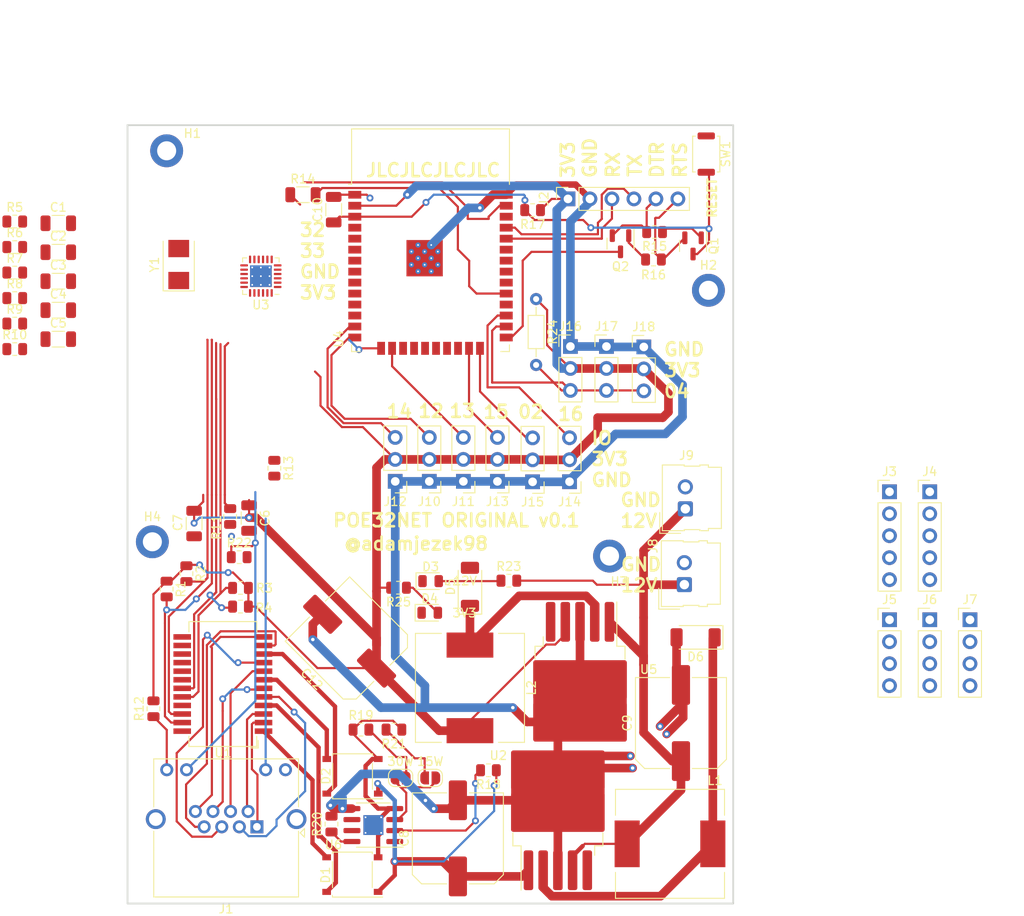
<source format=kicad_pcb>
(kicad_pcb (version 20221018) (generator pcbnew)
  (layers (0 "F.Cu" signal) (31 "B.Cu" signal) (34 "B.Paste" user) (35 "F.Paste" user) (36 "B.SilkS" user "B.Silkscreen") (37 "F.SilkS" user "F.Silkscreen") (38 "B.Mask" user) (39 "F.Mask" user) (44 "Edge.Cuts" user))
  (net 0 "")
  (net 1 "POE+")
  (net 2 "POE-")
  (net 3 "+12V")
  (net 4 "Net-(U1-TCT1)")
  (net 5 "Net-(U1-TCT2)")
  (net 6 "Net-(U1-TCT3)")
  (net 7 "Net-(U1-TCT4)")
  (net 8 "Net-(D5-K)")
  (net 9 "/GPIO33")
  (net 10 "/TXP")
  (net 11 "/TXN")
  (net 12 "/RXP")
  (net 13 "/RXN")
  (net 14 "Net-(U3-RXER{slash}PHYAD0)")
  (net 15 "+3V3")
  (net 16 "Net-(U3-~{RST})")
  (net 17 "/ETH-MDIO")
  (net 18 "/ETH-CRS")
  (net 19 "/ETH-RXD1")
  (net 20 "/ETH-RXD0")
  (net 21 "Net-(U3-RBIAS)")
  (net 22 "Net-(J1-Pad12)")
  (net 23 "/LED-ETH-2")
  (net 24 "/LED-ETH-1")
  (net 25 "Net-(J1-Pad10)")
  (net 26 "/ETH-RST")
  (net 27 "Net-(U3-XTAL2)")
  (net 28 "/ETH-RCLK")
  (net 29 "Net-(U3-VDDCR)")
  (net 30 "/ETH-MDC")
  (net 32 "/ETH-TXEN")
  (net 33 "/ETH-TXD0")
  (net 34 "/ETH-TXD1")
  (net 35 "/GPIO32")
  (net 36 "/GPIO35")
  (net 39 "/GPIO34")
  (net 40 "/GPIO12")
  (net 41 "/GPIO14")
  (net 42 "/GPIO13")
  (net 43 "/GPIO15")
  (net 44 "/GPIO16")
  (net 45 "/GPIO2")
  (net 52 "/GPIO4")
  (net 53 "Net-(D3-A)")
  (net 54 "Net-(D4-A)")
  (net 56 "Net-(U1-TD1+)")
  (net 57 "Net-(U1-TD1-)")
  (net 58 "Net-(U1-TD2+)")
  (net 59 "Net-(U1-TD3+)")
  (net 60 "Net-(U1-TD3-)")
  (net 61 "Net-(U1-TD2-)")
  (net 62 "Net-(U1-TD4+)")
  (net 63 "Net-(U1-TD4-)")
  (net 72 "Net-(D6-K)")
  (net 73 "Net-(Q1-B)")
  (net 74 "/RTS")
  (net 75 "/ESP-EN")
  (net 76 "Net-(Q2-B)")
  (net 77 "/DTR")
  (net 78 "/ESP-IO0")
  (net 79 "/ESP-RX")
  (net 80 "/ESP-TX")
  (net 81 "Net-(JP1-A)")
  (net 82 "Net-(JP1-B)")
  (net 83 "Net-(JP2-A)")
  (net 84 "Net-(U6-DEN)")
  (net 85 "Net-(U6-APD)")
  (net 88 "GND")
  (footprint "Connector_PinHeader_2.54mm:PinHeader_1x03_P2.54mm_Vertical" (layer "F.Cu") (at 151.0792 91.2218 180)
    (fp_text reference "J14")
    (fp_text value "01x03")
  )
  (footprint "MountingHole:MountingHole_2.2mm_M2_DIN965_Pad" (layer "F.Cu") (at 167.132 69.088)
    (fp_text reference "H2")
    (fp_text value "MountingHole_Pad")
  )
  (footprint "Connector_PinHeader_2.54mm:PinHeader_1x03_P2.54mm_Vertical" (layer "F.Cu") (at 134.874 91.186 180)
    (fp_text reference "J10")
    (fp_text value "01x03")
  )
  (footprint "Transformer_SMD:Transformer_Ethernet_HALO_TG111-MSC13" (layer "F.Cu") (at 111.017 114.618 180)
    (fp_text reference "U1")
    (fp_text value "~")
  )
  (footprint "Connector_PinHeader_2.54mm:PinHeader_1x04_P2.54mm_Vertical" (layer "F.Cu") (at 188.058 107.188)
    (fp_text reference "J5")
    (fp_text value "Conn_01x04_Pin")
  )
  (footprint "Capacitor_SMD:C_1206_3216Metric" (layer "F.Cu") (at 114.046 95.426 -90)
    (fp_text reference "C6")
    (fp_text value "100nF")
  )
  (footprint "Resistor_SMD:R_0805_2012Metric" (layer "F.Cu") (at 116.967 89.662 -90)
    (fp_text reference "R13")
    (fp_text value "68R")
  )
  (footprint "Capacitor_SMD:C_1206_3216Metric" (layer "F.Cu") (at 123.825 59.768 90)
    (fp_text reference "C10")
    (fp_text value "100nF")
  )
  (footprint "Button_Switch_SMD:SW_Push_SPST_NO_Alps_SKRK" (layer "F.Cu") (at 166.878 53.34 -90)
    (fp_text reference "SW1")
    (fp_text value "SW_Push")
  )
  (footprint "Connector_PinHeader_2.54mm:PinHeader_1x03_P2.54mm_Vertical" (layer "F.Cu") (at 151.1808 75.5904)
    (fp_text reference "J16")
    (fp_text value "01x03")
  )
  (footprint "Inductor_SMD:L_12x12mm_H6mm" (layer "F.Cu") (at 139.573 115.062 -90)
    (fp_text reference "L2")
    (fp_text value "L")
  )
  (footprint "Resistor_SMD:R_0805_2012Metric" (layer "F.Cu") (at 86.967 75.891)
    (fp_text reference "R10")
    (fp_text value "10K")
  )
  (footprint "Resistor_THT:R_Axial_DIN0204_L3.6mm_D1.6mm_P7.62mm_Horizontal" (layer "F.Cu") (at 147.2184 70.104 -90)
    (fp_text reference "R24")
    (fp_text value "4K7")
  )
  (footprint "Resistor_SMD:R_0805_2012Metric" (layer "F.Cu") (at 131.318 103.4796 180)
    (fp_text reference "R25")
    (fp_text value "65R")
  )
  (footprint "Resistor_SMD:R_0805_2012Metric" (layer "F.Cu") (at 106.807 101.854 -90)
    (fp_text reference "R2")
    (fp_text value "49R9")
  )
  (footprint "Crystal:Crystal_SMD_5032-2Pin_5.0x3.2mm" (layer "F.Cu") (at 105.918 66.112 90)
    (fp_text reference "Y1")
    (fp_text value "25M")
  )
  (footprint "Package_TO_SOT_SMD:TO-263-5_TabPin3" (layer "F.Cu") (at 149.733 128.5 90)
    (fp_text reference "U2")
    (fp_text value "LM2576HVS-12")
  )
  (footprint "Resistor_SMD:R_0805_2012Metric" (layer "F.Cu") (at 126.9765 119.888)
    (fp_text reference "R19")
    (fp_text value "63R4")
  )
  (footprint "Resistor_SMD:R_1206_3216Metric" (layer "F.Cu") (at 120.269 58.039)
    (fp_text reference "R14")
    (fp_text value "0R")
  )
  (footprint "Capacitor_SMD:C_Elec_10x10.2" (layer "F.Cu") (at 125.66673 109.66473 135)
    (fp_text reference "C12")
    (fp_text value "1000uF")
  )
  (footprint "Capacitor_SMD:C_Elec_10x10.2" (layer "F.Cu") (at 138.176 132.461 90)
    (fp_text reference "C8")
    (fp_text value "100uF")
  )
  (footprint "Capacitor_SMD:C_Elec_10x10.2" (layer "F.Cu") (at 163.957 119.126 90)
    (fp_text reference "C9")
    (fp_text value "1000uF")
  )
  (footprint "Resistor_SMD:R_0805_2012Metric" (layer "F.Cu") (at 86.967 69.991)
    (fp_text reference "R8")
    (fp_text value "10K")
  )
  (footprint "Resistor_SMD:R_0805_2012Metric" (layer "F.Cu") (at 86.967 72.941)
    (fp_text reference "R9")
    (fp_text value "10K")
  )
  (footprint "Resistor_SMD:R_0805_2012Metric" (layer "F.Cu") (at 113.0535 105.664 180)
    (fp_text reference "R4")
    (fp_text value "49R9")
  )
  (footprint "Package_TO_SOT_SMD:SOT-23" (layer "F.Cu") (at 156.972 63.7055 -90)
    (fp_text reference "Q2")
    (fp_text value "BC817")
  )
  (footprint "MountingHole:MountingHole_2.2mm_M2_DIN965_Pad" (layer "F.Cu") (at 104.521 52.959)
    (fp_text reference "H1")
    (fp_text value "MountingHole_Pad")
  )
  (footprint "Resistor_SMD:R_0805_2012Metric" (layer "F.Cu") (at 160.782 65.532)
    (fp_text reference "R16")
    (fp_text value "10k")
  )
  (footprint "Capacitor_SMD:C_1206_3216Metric" (layer "F.Cu") (at 91.997 71.391)
    (fp_text reference "C4")
    (fp_text value "10nF")
  )
  (footprint "Resistor_SMD:R_0805_2012Metric" (layer "F.Cu") (at 130.7865 119.888 180)
    (fp_text reference "R21")
    (fp_text value "90R9")
  )
  (footprint "Capacitor_SMD:C_1206_3216Metric" (layer "F.Cu") (at 91.997 61.341)
    (fp_text reference "C1")
    (fp_text value "30pF")
  )
  (footprint "Resistor_SMD:R_0805_2012Metric" (layer "F.Cu") (at 112.903 99.949)
    (fp_text reference "R22")
    (fp_text value "10k")
  )
  (footprint "Capacitor_SMD:C_1206_3216Metric" (layer "F.Cu") (at 91.997 74.741)
    (fp_text reference "C5")
    (fp_text value "2.2uF")
  )
  (footprint "Resistor_SMD:R_0805_2012Metric" (layer "F.Cu") (at 141.7085 124.587 180)
    (fp_text reference "R18")
    (fp_text value "25k")
  )
  (footprint "Connector_PinHeader_2.54mm:PinHeader_1x03_P2.54mm_Vertical" (layer "F.Cu") (at 142.748 91.186 180)
    (fp_text reference "J13")
    (fp_text value "01x03")
  )
  (footprint "Resistor_SMD:R_0805_2012Metric" (layer "F.Cu") (at 86.967 61.141)
    (fp_text reference "R5")
    (fp_text value "10K")
  )
  (footprint "Connector_PinHeader_2.54mm:PinHeader_1x03_P2.54mm_Vertical" (layer "F.Cu") (at 138.811 91.186 180)
    (fp_text reference "J11")
    (fp_text value "01x03")
  )
  (footprint "LED_SMD:LED_0805_2012Metric" (layer "F.Cu") (at 134.9248 106.3752)
    (fp_text reference "D4")
    (fp_text value "LED GREEN")
  )
  (footprint "Jumper:SolderJumper-2_P1.3mm_Open_RoundedPad1.0x1.5mm" (layer "F.Cu") (at 131.557 125.476 180)
    (fp_text reference "JP2" hide)
    (fp_text value "30W")
  )
  (footprint "Connector_PinHeader_2.54mm:PinHeader_1x05_P2.54mm_Vertical" (layer "F.Cu") (at 188.058 92.388)
    (fp_text reference "J3")
    (fp_text value "Conn_01x05_Pin")
  )
  (footprint "Connector_PinHeader_2.54mm:PinHeader_1x04_P2.54mm_Vertical" (layer "F.Cu") (at 197.358 107.188)
    (fp_text reference "J7")
    (fp_text value "Conn_01x04_Pin")
  )
  (footprint "Connector_PinHeader_2.54mm:PinHeader_1x03_P2.54mm_Vertical" (layer "F.Cu") (at 159.6644 75.6412)
    (fp_text reference "J18")
    (fp_text value "01x03")
  )
  (footprint "Connector_RJ:RJ45_Amphenol_RJHSE538X" (layer "F.Cu") (at 114.954 131.13 180)
    (fp_text reference "J1")
    (fp_text value "RJ45_LED_Shielded")
  )
  (footprint "Resistor_SMD:R_0805_2012Metric" (layer "F.Cu") (at 104.521 103.632 -90)
    (fp_text reference "R1")
    (fp_text value "49R9")
  )
  (footprint "Package_TO_SOT_SMD:TO-263-5_TabPin3" (layer "F.Cu") (at 152.292 115.074 -90)
    (fp_text reference "U5")
    (fp_text value "LM2576S-3.3" hide)
  )
  (footprint "Diode_SMD:Diode_Bridge_Diotec_ABS" (layer "F.Cu") (at 126.003 125.286 180)
    (fp_text reference "D2")
    (fp_text value "D_Bridge_+-AA" hide)
  )
  (footprint "Resistor_SMD:R_0805_2012Metric" (layer "F.Cu") (at 86.967 67.041)
    (fp_text reference "R7")
    (fp_text value "10K")
  )
  (footprint "Package_TO_SOT_SMD:SOT-23" (layer "F.Cu") (at 165.354 63.9595 -90)
    (fp_text reference "Q1")
    (fp_text value "BC817")
  )
  (footprint "MountingHole:MountingHole_2.2mm_M2_DIN965_Pad" (layer "F.Cu") (at 155.702 99.822)
    (fp_text reference "H3")
    (fp_text value "MountingHole_Pad")
  )
  (footprint "Diode_SMD:D_SOD-128" (layer "F.Cu") (at 139.573 103.378 90)
    (fp_text reference "D5")
    (fp_text value "D_Schottky")
  )
  (footprint "Connector_PinHeader_2.54mm:PinHeader_1x03_P2.54mm_Vertical" (layer "F.Cu") (at 146.812 91.2368 180)
    (fp_text reference "J15")
    (fp_text value "01x03")
  )
  (footprint "Connector_PinHeader_2.54mm:PinHeader_1x03_P2.54mm_Vertical" (layer "F.Cu") (at 155.3464 75.5904)
    (fp_text reference "J17")
    (fp_text value "01x03")
  )
  (footprint "Connector_PinHeader_2.54mm:PinHeader_1x05_P2.54mm_Vertical" (layer "F.Cu") (at 192.708 92.388)
    (fp_text reference "J4")
    (fp_text value "Conn_01x05_Pin")
  )
  (footprint "Connector_Molex:Molex_SL_171971-0002_1x02_P2.54mm_Vertical" (layer "F.Cu") (at 164.35 103.124 90)
    (fp_text reference "J8")
    (fp_text value "Conn_01x02")
  )
  (footprint "Capacitor_SMD:C_1206_3216Metric" (layer "F.Cu") (at 91.997 68.041)
    (fp_text reference "C3")
    (fp_text value "100nF")
  )
  (footprint "Jumper:SolderJumper-2_P1.3mm_Open_RoundedPad1.0x1.5mm" (layer "F.Cu") (at 134.986 125.476)
    (fp_text reference "JP1" hide)
    (fp_text value "15W")
  )
  (footprint "Resistor_SMD:R_0805_2012Metric" (layer "F.Cu") (at 160.909 62.357 180)
    (fp_text reference "R15")
    (fp_text value "10k")
  )
  (footprint "Inductor_SMD:L_12x12mm_H6mm" (layer "F.Cu") (at 162.69 133.096 180)
    (fp_text reference "L1")
    (fp_text value "L")
  )
  (footprint "Connector_Molex:Molex_SL_171971-0002_1x02_P2.54mm_Vertical" (layer "F.Cu") (at 164.465 94.361 90)
    (fp_text reference "J9")
    (fp_text value "Conn_01x02")
  )
  (footprint "Resistor_SMD:R_0805_2012Metric" (layer "F.Cu") (at 123.571 130.81 90)
    (fp_text reference "R20")
    (fp_text value "10k")
  )
  (footprint "Resistor_SMD:R_0805_2012Metric" (layer "F.Cu") (at 86.967 64.091)
    (fp_text reference "R6")
    (fp_text value "10K")
  )
  (footprint "Resistor_SMD:R_0805_2012Metric" (layer "F.Cu") (at 113.0535 103.505 180)
    (fp_text reference "R3")
    (fp_text value "49R9")
  )
  (footprint "Diode_SMD:Diode_Bridge_Diotec_ABS" (layer "F.Cu") (at 125.984 136.652 180)
    (fp_text reference "D1")
    (fp_text value "D_Bridge_+-AA" hide)
  )
  (footprint "Capacitor_SMD:C_1206_3216Metric" (layer "F.Cu") (at 107.696 96.061 -90)
    (fp_text reference "C7")
    (fp_text value "10uF")
  )
  (footprint "Connector_PinHeader_2.54mm:PinHeader_1x03_P2.54mm_Vertical" (layer "F.Cu") (at 130.937 91.186 180)
    (fp_text reference "J12")
    (fp_text value "01x03")
  )
  (footprint "Package_DFN_QFN:VQFN-24-1EP_4x4mm_P0.5mm_EP2.5x2.5mm_ThermalVias" (layer "F.Cu") (at 115.4105 67.457 180)
    (fp_text reference "U3")
    (fp_text value "LAN8720A")
  )
  (footprint "Resistor_SMD:R_0805_2012Metric" (layer "F.Cu") (at 111.8616 95.2481 90)
    (fp_text reference "R11")
    (fp_text value "12.1K")
  )
  (footprint "Connector_PinHeader_2.54mm:PinHeader_1x04_P2.54mm_Vertical" (layer "F.Cu") (at 192.708 107.188)
    (fp_text reference "J6")
    (fp_text value "Conn_01x04_Pin")
  )
  (footprint "MountingHole:MountingHole_2.2mm_M2_DIN965_Pad" (layer "F.Cu") (at 102.87 98.171)
    (fp_text reference "H4")
    (fp_text value "MountingHole_Pad")
  )
  (footprint "Diode_SMD:D_SOD-128" (layer "F.Cu") (at 165.649 109.22 180)
    (fp_text reference "D6")
    (fp_text value "D_Schottky")
  )
  (footprint "Resistor_SMD:R_0805_2012Metric" (layer "F.Cu") (at 146.812 59.817 180)
    (fp_text reference "R17")
    (fp_text value "10K")
  )
  (footprint "Package_SO:HSOP-8-1EP_3.9x4.9mm_P1.27mm_EP2.3x2.3mm_ThermalVias" (layer "F.Cu") (at 128.408 130.926 180)
    (fp_text reference "U6")
    (fp_text value "TPS2378")
  )
  (footprint "Connector_PinSocket_2.54mm:PinSocket_1x06_P2.54mm_Vertical" (layer "F.Cu") (at 150.901 58.522 90)
    (fp_text reference "J2")
    (fp_text value "Conn_01x06_Socket")
  )
  (footprint "Resistor_SMD:R_0805_2012Metric" (layer "F.Cu") (at 102.997 117.475 90)
    (fp_text reference "R12")
    (fp_text value "68R")
  )
  (footprint "Capacitor_SMD:C_1206_3216Metric" (layer "F.Cu") (at 91.997 64.691)
    (fp_text reference "C2")
    (fp_text value "30pF")
  )
  (footprint "RF_Module:ESP32-WROOM-32" (layer "F.Cu") (at 135.014 66.289)
    (fp_text reference "U4")
    (fp_text value "ESP32-WROOM-32")
  )
  (footprint "Resistor_SMD:R_0805_2012Metric" (layer "F.Cu") (at 144.0688 102.6668)
    (fp_text reference "R23")
    (fp_text value "500R")
  )
  (footprint "LED_SMD:LED_0805_2012Metric" (layer "F.Cu") (at 135.0264 102.7176)
    (fp_text reference "D3")
    (fp_text value "LED BLUE")
  )
  (gr_rect (start 100 50) (end 170 140) (stroke (width 0.2)) (fill none) (layer "Edge.Cuts"))
  (gr_text "02" (at 144.9832 84.0232) (layer "F.SilkS") (effects (font (size 1.5 1.5) (thickness 0.3) bold) (justify left bottom)))
  (gr_text "RX" (at 156.972 56.261 90) (layer "F.SilkS") (effects (font (size 1.5 1.5) (thickness 0.3) bold) (justify left bottom)))
  (gr_text "POE32NET ORIGINAL v0.1" (at 123.5964 96.5708) (layer "F.SilkS") (effects (font (size 1.5 1.5) (thickness 0.3) bold) (justify left bottom)))
  (gr_text "@adamjezek98" (at 124.8664 99.2632) (layer "F.SilkS") (effects (font (size 1.5 1.5) (thickness 0.3) bold) (justify left bottom)))
  (gr_text "3V3" (at 137.4648 106.9848) (layer "F.SilkS") (effects (font (size 1 1)) (justify left bottom)))
  (gr_text "12V\n" (at 137.5156 103.2764) (layer "F.SilkS") (effects (font (size 1 1)) (justify left bottom)))
  (gr_text "RTS" (at 164.719 56.261 90) (layer "F.SilkS") (effects (font (size 1.5 1.5) (thickness 0.3) bold) (justify left bottom)))
  (gr_text "14" (at 129.794 83.9724) (layer "F.SilkS") (effects (font (size 1.5 1.5) (thickness 0.3) bold) (justify left bottom)))
  (gr_text "3V3" (at 151.765 56.261 90) (layer "F.SilkS") (effects (font (size 1.5 1.5) (thickness 0.3) bold) (justify left bottom)))
  (gr_text "IO\n3V3\nGND\n" (at 153.4668 91.8972) (layer "F.SilkS") (effects (font (size 1.5 1.5) (thickness 0.3) bold) (justify left bottom)))
  (gr_text "16" (at 149.606 84.2772) (layer "F.SilkS") (effects (font (size 1.5 1.5) (thickness 0.3) bold) (justify left bottom)))
  (gr_text "12" (at 133.4516 83.9216) (layer "F.SilkS") (effects (font (size 1.5 1.5) (thickness 0.3) bold) (justify left bottom)))
  (gr_text "GND\n" (at 154.305 56.261 90) (layer "F.SilkS") (effects (font (size 1.5 1.5) (thickness 0.3) bold) (justify left bottom)))
  (gr_text "GND\n3V3\n04" (at 161.8488 81.6356) (layer "F.SilkS") (effects (font (size 1.5 1.5) (thickness 0.3) bold) (justify left bottom)))
  (gr_text "RESET" (at 168.148 60.833 90) (layer "F.SilkS") (effects (font (size 1 1) (thickness 0.25) bold) (justify left bottom)))
  (gr_text "JLCJLCJLCJLC" (at 127.4064 56.0832) (layer "F.SilkS") (effects (font (size 1.5 1.5) (thickness 0.3) bold) (justify left bottom)))
  (gr_text "GND\n12V" (at 156.8704 104.0892) (layer "F.SilkS") (effects (font (size 1.5 1.5) (thickness 0.3) bold) (justify left bottom)))
  (gr_text "32\n33\nGND\n3V3" (at 119.761 70.231) (layer "F.SilkS") (effects (font (size 1.5 1.5) (thickness 0.3) bold) (justify left bottom)))
  (gr_text "13" (at 137.0584 83.9216) (layer "F.SilkS") (effects (font (size 1.5 1.5) (thickness 0.3) bold) (justify left bottom)))
  (gr_text "TX" (at 159.512 56.134 90) (layer "F.SilkS") (effects (font (size 1.5 1.5) (thickness 0.3) bold) (justify left bottom)))
  (gr_text "GND\n12V" (at 156.8196 96.6216) (layer "F.SilkS") (effects (font (size 1.5 1.5) (thickness 0.3) bold) (justify left bottom)))
  (gr_text "DTR" (at 162.052 56.261 90) (layer "F.SilkS") (effects (font (size 1.5 1.5) (thickness 0.3) bold) (justify left bottom)))
  (gr_text "15" (at 140.97 84.0232) (layer "F.SilkS") (effects (font (size 1.5 1.5) (thickness 0.3) bold) (justify left bottom)))
  (segment (start 130.883 135.128) (end 136.443 135.128) (width 1) (layer "F.Cu") (net 1))
  (segment (start 128.978 127.286) (end 128.978 126.184) (width 0.5) (layer "F.Cu") (net 1))
  (segment (start 145.622 136.861) (end 146.333 136.15) (width 1) (layer "F.Cu") (net 1))
  (segment (start 138.176 136.861) (end 145.622 136.861) (width 1) (layer "F.Cu") (net 1))
  (segment (start 136.443 135.128) (end 138.176 136.861) (width 1) (layer "F.Cu") (net 1))
  (segment (start 130.883 136.728) (end 128.959 138.652) (width 0.5) (layer "F.Cu") (net 1))
  (segment (start 142.621 124.587) (end 142.621 126.111) (width 0.25) (layer "F.Cu") (net 1))
  (segment (start 128.978 126.184) (end 128.905 126.111) (width 0.5) (layer "F.Cu") (net 1))
  (segment (start 130.883 135.128) (end 130.883 136.728) (width 0.5) (layer "F.Cu") (net 1))
  (segment (start 130.883 132.831) (end 130.883 135.128) (width 0.5) (layer "F.Cu") (net 1))
  (segment (start 142.621 126.111) (end 142.367 126.365) (width 0.25) (layer "F.Cu") (net 1))
  (via (at 130.883 135.128) (size 0.8) (drill 0.4) (layers "F.Cu" "B.Cu") (net 1))
  (via (at 128.905 126.111) (size 0.8) (drill 0.4) (layers "F.Cu" "B.Cu") (net 1))
  (via (at 142.367 126.365) (size 0.8) (drill 0.4) (layers "F.Cu" "B.Cu") (net 1))
  (segment (start 128.905 126.111) (end 130.883 128.089) (width 0.5) (layer "B.Cu") (net 1))
  (segment (start 142.367 129.295305) (end 136.534305 135.128) (width 0.25) (layer "B.Cu") (net 1))
  (segment (start 142.367 126.365) (end 142.367 129.295305) (width 0.25) (layer "B.Cu") (net 1))
  (segment (start 136.534305 135.128) (end 130.883 135.128) (width 0.25) (layer "B.Cu") (net 1))
  (segment (start 130.883 128.089) (end 130.883 135.128) (width 0.5) (layer "B.Cu") (net 1))
  (segment (start 130.883 129.021) (end 128.963 129.021) (width 0.5) (layer "F.Cu") (net 2))
  (segment (start 128.963 129.021) (end 127.508 127.566) (width 0.5) (layer "F.Cu") (net 2))
  (segment (start 127.508 127.566) (end 127.508 124.079) (width 0.5) (layer "F.Cu") (net 2))
  (segment (start 131.699 119.888) (end 130.674 118.863) (width 0.25) (layer "F.Cu") (net 2))
  (segment (start 128.959 134.652) (end 128.959 132.175) (width 0.5) (layer "F.Cu") (net 2))
  (segment (start 128.301 123.286) (end 128.978 123.286) (width 0.5) (layer "F.Cu") (net 2))
  (segment (start 127.508 124.079) (end 128.301 123.286) (width 0.5) (layer "F.Cu") (net 2))
  (segment (start 128.959 132.175) (end 129.308 131.826) (width 0.5) (layer "F.Cu") (net 2))
  (segment (start 130.674 118.863) (end 127.089 118.863) (width 0.25) (layer "F.Cu") (net 2))
  (segment (start 127.089 118.863) (end 126.064 119.888) (width 0.25) (layer "F.Cu") (net 2))
  (segment (start 128.978 123.286) (end 126.064 120.372) (width 0.25) (layer "F.Cu") (net 2))
  (segment (start 126.064 120.372) (end 126.064 119.888) (width 0.25) (layer "F.Cu") (net 2))
  (segment (start 130.313 129.021) (end 129.308 130.026) (width 0.5) (layer "F.Cu") (net 2))
  (segment (start 130.883 129.021) (end 130.313 129.021) (width 0.5) (layer "F.Cu") (net 2))
  (segment (start 159.639 103.136) (end 159.639 106.934) (width 1) (layer "F.Cu") (net 3))
  (segment (start 154.2408 103.136) (end 159.639 103.136) (width 0.25) (layer "F.Cu") (net 3))
  (segment (start 158.392 110.132) (end 159.639 111.379) (width 1) (layer "F.Cu") (net 3))
  (segment (start 144.9813 102.6668) (end 153.7716 102.6668) (width 0.25) (layer "F.Cu") (net 3))
  (segment (start 159.639 111.379) (end 159.639 112.395) (width 1) (layer "F.Cu") (net 3))
  (segment (start 155.692 107.424) (end 158.392 110.124) (width 1) (layer "F.Cu") (net 3))
  (segment (start 159.639 120.224) (end 162.941 123.526) (width 1) (layer "F.Cu") (net 3))
  (segment (start 152.593051 133.35) (end 151.433 134.510051) (width 0.5) (layer "F.Cu") (net 3))
  (segment (start 153.7716 102.6668) (end 154.2408 103.136) (width 0.25) (layer "F.Cu") (net 3))
  (segment (start 164.338 103.136) (end 164.35 103.124) (width 1) (layer "F.Cu") (net 3))
  (segment (start 159.639 103.136) (end 159.639 99.187) (width 1) (layer "F.Cu") (net 3))
  (segment (start 163.957 126.879) (end 157.74 133.096) (width 1) (layer "F.Cu") (net 3))
  (segment (start 159.639 103.136) (end 164.338 103.136) (width 1) (layer "F.Cu") (net 3))
  (segment (start 159.639 106.934) (end 159.639 112.395) (width 1) (layer "F.Cu") (net 3))
  (segment (start 162.941 123.526) (end 163.957 123.526) (width 1) (layer "F.Cu") (net 3))
  (segment (start 152.593051 133.35) (end 152.847051 133.096) (width 0.25) (layer "F.Cu") (net 3))
  (segment (start 151.433 134.510051) (end 151.433 136.15) (width 0.5) (layer "F.Cu") (net 3))
  (segment (start 158.392 110.124) (end 158.392 110.132) (width 1) (layer "F.Cu") (net 3))
  (segment (start 163.957 123.526) (end 163.957 126.879) (width 1) (layer "F.Cu") (net 3))
  (segment (start 159.639 112.395) (end 159.639 120.224) (width 1) (layer "F.Cu") (net 3))
  (segment (start 159.639 99.187) (end 164.465 94.361) (width 1) (layer "F.Cu") (net 3))
  (segment (start 152.847051 133.096) (end 157.74 133.096) (width 0.25) (layer "F.Cu") (net 3))
  (segment (start 121.378 133.021) (end 123.009 134.652) (width 0.5) (layer "F.Cu") (net 4))
  (segment (start 121.378 125.7283) (end 121.378 133.021) (width 0.5) (layer "F.Cu") (net 4))
  (segment (start 115.716 120.0663) (end 121.378 125.7283) (width 0.5) (layer "F.Cu") (net 4))
  (segment (start 124.079 133.972) (end 124.079 137.582) (width 0.5) (layer "F.Cu") (net 5))
  (segment (start 122.345 132.238) (end 124.079 133.972) (width 0.5) (layer "F.Cu") (net 5))
  (segment (start 124.079 137.582) (end 123.009 138.652) (width 0.5) (layer "F.Cu") (net 5))
  (segment (start 115.716 117.0945) (end 117.231 117.0945) (width 0.5) (layer "F.Cu") (net 5))
  (segment (start 117.231 117.0945) (end 122.078 121.9415) (width 0.5) (layer "F.Cu") (net 5))
  (segment (start 122.078 121.9415) (end 122.078 132.238) (width 0.5) (layer "F.Cu") (net 5))
  (segment (start 122.078 132.238) (end 122.345 132.238) (width 0.5) (layer "F.Cu") (net 5))
  (segment (start 123.028 119.9197) (end 117.231 114.1227) (width 0.5) (layer "F.Cu") (net 6))
  (segment (start 123.028 123.286) (end 123.028 119.9197) (width 0.5) (layer "F.Cu") (net 6))
  (segment (start 117.231 114.1227) (end 115.716 114.1227) (width 0.5) (layer "F.Cu") (net 6))
  (segment (start 117.916972 111.1509) (end 123.978 117.211928) (width 0.5) (layer "F.Cu") (net 7))
  (segment (start 123.978 117.211928) (end 123.978 126.336) (width 0.5) (layer "F.Cu") (net 7))
  (segment (start 123.978 126.336) (end 123.028 127.286) (width 0.5) (layer "F.Cu") (net 7))
  (segment (start 115.716 111.1509) (end 117.916972 111.1509) (width 0.5) (layer "F.Cu") (net 7))
  (segment (start 139.573 105.578) (end 139.573 110.112) (width 1) (layer "F.Cu") (net 8))
  (segment (start 153.992 105.430497) (end 152.985503 104.424) (width 1) (layer "F.Cu") (net 8))
  (segment (start 145.261 104.424) (end 139.573 110.112) (width 1) (layer "F.Cu") (net 8))
  (segment (start 153.992 107.424) (end 153.992 105.430497) (width 1) (layer "F.Cu") (net 8))
  (segment (start 152.985503 104.424) (end 145.261 104.424) (width 1) (layer "F.Cu") (net 8))
  (segment (start 104.521 104.5445) (end 104.521 106.036402) (width 0.25) (layer "F.Cu") (net 10))
  (segment (start 109.744 92.7425) (end 109.744 102.981) (width 0.25) (layer "F.Cu") (net 10))
  (segment (start 104.521 106.036402) (end 104.516701 106.040701) (width 0.25) (layer "F.Cu") (net 10))
  (segment (start 105.053 119.0757) (end 104.325 118.3477) (width 0.25) (layer "F.Cu") (net 10))
  (segment (start 106.318 119.0757) (end 105.053 119.0757) (width 0.25) (layer "F.Cu") (net 10))
  (segment (start 104.325 106.232402) (end 104.516701 106.040701) (width 0.25) (layer "F.Cu") (net 10))
  (segment (start 109.744 102.981) (end 107.95 104.775) (width 0.25) (layer "F.Cu") (net 10))
  (segment (start 104.325 118.3477) (end 104.325 107.569) (width 0.25) (layer "F.Cu") (net 10))
  (segment (start 109.744 92.7425) (end 109.744 74.819) (width 0.25) (layer "F.Cu") (net 10))
  (segment (start 104.325 107.569) (end 104.325 106.232402) (width 0.25) (layer "F.Cu") (net 10))
  (segment (start 109.744 74.819) (end 109.728 74.803) (width 0.25) (layer "F.Cu") (net 10))
  (via (at 104.516701 106.040701) (size 0.8) (drill 0.4) (layers "F.Cu" "B.Cu") (net 10))
  (via (at 107.95 104.775) (size 0.8) (drill 0.4) (layers "F.Cu" "B.Cu") (net 10))
  (segment (start 104.516701 106.040701) (end 106.684299 106.040701) (width 0.25) (layer "B.Cu") (net 10))
  (segment (start 106.684299 106.040701) (end 107.95 104.775) (width 0.25) (layer "B.Cu") (net 10))
  (segment (start 106.807 102.7665) (end 108.8155 102.7665) (width 0.25) (layer "F.Cu") (net 11))
  (segment (start 105.053 118.0851) (end 104.775 117.8071) (width 0.25) (layer "F.Cu") (net 11))
  (segment (start 104.775 117.8071) (end 104.775 106.807) (width 0.25) (layer "F.Cu") (net 11))
  (segment (start 104.775 106.807) (end 109.1565 102.4255) (width 0.25) (layer "F.Cu") (net 11))
  (segment (start 108.8155 102.7665) (end 109.1565 102.4255) (width 0.25) (layer "F.Cu") (net 11))
  (segment (start 109.244 92.7425) (end 109.244 102.338) (width 0.25) (layer "F.Cu") (net 11))
  (segment (start 106.318 118.0851) (end 105.053 118.0851) (width 0.25) (layer "F.Cu") (net 11))
  (segment (start 109.244 102.338) (end 109.1565 102.4255) (width 0.25) (layer "F.Cu") (net 11))
  (segment (start 109.244 92.7425) (end 109.244 74.827) (width 0.25) (layer "F.Cu") (net 11))
  (segment (start 109.244 74.827) (end 109.22 74.803) (width 0.25) (layer "F.Cu") (net 11))
  (segment (start 107.583 116.1039) (end 108.204 115.4829) (width 0.25) (layer "F.Cu") (net 12))
  (segment (start 106.318 116.1039) (end 107.583 116.1039) (width 0.25) (layer "F.Cu") (net 12))
  (segment (start 110.744 92.7425) (end 110.744 104.14) (width 0.25) (layer "F.Cu") (net 12))
  (segment (start 110.744 92.7425) (end 110.744 75.311) (width 0.25) (layer "F.Cu") (net 12))
  (segment (start 111.379 103.505) (end 110.744 104.14) (width 0.25) (layer "F.Cu") (net 12))
  (segment (start 108.204 106.68) (end 110.744 104.14) (width 0.25) (layer "F.Cu") (net 12))
  (segment (start 112.141 103.505) (end 111.379 103.505) (width 0.25) (layer "F.Cu") (net 12))
  (segment (start 108.204 115.4829) (end 108.204 106.68) (width 0.25) (layer "F.Cu") (net 12))
  (segment (start 107.696 115.0003) (end 107.696 106.551604) (width 0.25) (layer "F.Cu") (net 13))
  (segment (start 109.921404 104.3262) (end 109.5332 104.3262) (width 0.25) (layer "F.Cu") (net 13))
  (segment (start 110.244 81.669) (end 110.236 81.661) (width 0.25) (layer "F.Cu") (net 13))
  (segment (start 110.236 81.661) (end 110.236 75.184) (width 0.25) (layer "F.Cu") (net 13))
  (segment (start 107.583 115.1133) (end 107.696 115.0003) (width 0.25) (layer "F.Cu") (net 13))
  (segment (start 110.871 105.791) (end 112.014 105.791) (width 0.25) (layer "F.Cu") (net 13))
  (segment (start 110.244 104.003604) (end 109.921404 104.3262) (width 0.25) (layer "F.Cu") (net 13))
  (segment (start 110.244 92.7425) (end 110.244 104.003604) (width 0.25) (layer "F.Cu") (net 13))
  (segment (start 107.696 106.551604) (end 110.244 104.003604) (width 0.25) (layer "F.Cu") (net 13))
  (segment (start 112.014 105.791) (end 112.141 105.664) (width 0.25) (layer "F.Cu") (net 13))
  (segment (start 110.244 92.7425) (end 110.244 81.669) (width 0.25) (layer "F.Cu") (net 13))
  (segment (start 106.318 115.1133) (end 107.583 115.1133) (width 0.25) (layer "F.Cu") (net 13))
  (via (at 110.871 105.791) (size 0.8) (drill 0.4) (layers "F.Cu" "B.Cu") (net 13))
  (via (at 109.5332 104.3262) (size 0.8) (drill 0.4) (layers "F.Cu" "B.Cu") (net 13))
  (segment (start 109.5332 104.4532) (end 110.871 105.791) (width 0.25) (layer "B.Cu") (net 13))
  (segment (start 109.5332 104.3262) (end 109.5332 104.4532) (width 0.25) (layer "B.Cu") (net 13))
  (segment (start 102.997 104.2435) (end 104.521 102.7195) (width 0.25) (layer "F.Cu") (net 15))
  (segment (start 130.937 88.646) (end 134.874 88.646) (width 1) (layer "F.Cu") (net 15))
  (segment (start 129.1844 103.4796) (end 128.778 103.886) (width 0.25) (layer "F.Cu") (net 15))
  (segment (start 112.188 101.727) (end 111.633 101.727) (width 0.25) (layer "F.Cu") (net 15))
  (segment (start 122.301 79.121) (end 121.666 78.486) (width 0.25) (layer "F.Cu") (net 15))
  (segment (start 128.778 103.886) (end 128.778 110.109) (width 1) (layer "F.Cu") (net 15))
  (segment (start 148.4884 71.374) (end 148.4884 75.438) (width 0.25) (layer "F.Cu") (net 15))
  (segment (start 139.573 118.872) (end 139.573 120.012) (width 0.25) (layer "F.Cu") (net 15))
  (segment (start 114.831696 105.664) (end 121.943696 112.776) (width 0.25) (layer "F.Cu") (net 15))
  (segment (start 105.029 102.7195) (end 106.807 100.9415) (width 0.25) (layer "F.Cu") (net 15))
  (segment (start 126.264 59.309) (end 131.064 59.309) (width 0.25) (layer "F.Cu") (net 15))
  (segment (start 129.734919 88.646) (end 128.778 89.602919) (width 1) (layer "F.Cu") (net 15))
  (segment (start 162.5092 83.1596) (end 162.5092 81.026) (width 1) (layer "F.Cu") (net 15))
  (segment (start 108.744 92.7425) (end 108.744 93.538) (width 0.25) (layer "F.Cu") (net 15))
  (segment (start 136.014 120.012) (end 139.573 120.012) (width 1) (layer "F.Cu") (net 15))
  (segment (start 130.4055 103.4796) (end 129.1844 103.4796) (width 0.25) (layer "F.Cu") (net 15))
  (segment (start 114.046 93.345) (end 114.046 93.951) (width 0.25) (layer "F.Cu") (net 15))
  (segment (start 128.778 109.314497) (end 114.840503 95.377) (width 1) (layer "F.Cu") (net 15))
  (segment (start 102.997 116.5625) (end 102.997 104.2435) (width 0.25) (layer "F.Cu") (net 15))
  (segment (start 148.396 110.049) (end 139.573 118.872) (width 0.25) (layer "F.Cu") (net 15))
  (segment (start 155.3464 78.1304) (end 159.6136 78.1304) (width 1) (layer "F.Cu") (net 15))
  (segment (start 147.2184 70.104) (end 148.4884 71.374) (width 0.25) (layer "F.Cu") (net 15))
  (segment (start 113.966 105.664) (end 113.966 103.505) (width 0.25) (layer "F.Cu") (net 15))
  (segment (start 150.592 108.887173) (end 150.592 107.424) (width 0.25) (layer "F.Cu") (net 15))
  (segment (start 114.840503 95.377) (end 114.046 95.377) (width 1) (layer "F.Cu") (net 15))
  (segment (start 121.943696 112.776) (end 128.778 112.776) (width 0.25) (layer "F.Cu") (net 15))
  (segment (start 149.430173 110.049) (end 150.592 108.887173) (width 0.25) (layer "F.Cu") (net 15))
  (segment (start 106.9105 100.838) (end 106.807 100.9415) (width 0.25) (layer "F.Cu") (net 15))
  (segment (start 161.8488 83.82) (end 162.5092 83.1596) (width 1) (layer "F.Cu") (net 15))
  (segment (start 131.064 59.309) (end 132.334 58.039) (width 0.25) (layer "F.Cu") (net 15))
  (segment (start 128.778 89.602919) (end 128.778 103.886) (width 1) (layer "F.Cu") (net 15))
  (segment (start 154.3304 85.4306) (end 154.3304 83.82) (width 1) (layer "F.Cu") (net 15))
  (segment (start 124.780208 84.905) (end 122.301 82.425792) (width 0.25) (layer "F.Cu") (net 15))
  (segment (start 107.696 94.586) (end 107.696 96.012) (width 0.25) (layer "F.Cu") (net 15))
  (segment (start 122.301 82.425792) (end 122.301 79.121) (width 0.25) (layer "F.Cu") (net 15))
  (segment (start 104.521 102.7195) (end 105.029 102.7195) (width 0.25) (layer "F.Cu") (net 15))
  (segment (start 162.5092 81.026) (end 159.6644 78.1812) (width 1) (layer "F.Cu") (net 15))
  (segment (start 151.0642 88.6968) (end 151.0792 88.6818) (width 1) (layer "F.Cu") (net 15))
  (segment (start 149.0195 58.522) (end 150.901 58.522) (width 0.25) (layer "F.Cu") (net 15))
  (segment (start 130.937 88.646) (end 127.196 84.905) (width 0.25) (layer "F.Cu") (net 15))
  (segment (start 113.966 103.505) (end 112.188 101.727) (width 0.25) (layer "F.Cu") (net 15))
  (segment (start 148.396 110.049) (end 149.430173 110.049) (width 0.25) (layer "F.Cu") (net 15))
  (segment (start 127.196 84.905) (end 124.780208 84.905) (width 0.25) (layer "F.Cu") (net 15))
  (segment (start 142.748 88.646) (end 146.685 88.646) (width 1) (layer "F.Cu") (net 15))
  (segment (start 151.1808 78.1304) (end 155.3464 78.1304) (width 1) (layer "F.Cu") (net 15))
  (segment (start 128.778 112.776) (end 136.014 120.012) (width 1) (layer "F.Cu") (net 15))
  (segment (start 128.778 112.776) (end 128.778 109.314497) (width 1) (layer "F.Cu") (net 15))
  (segment (start 154.3304 83.82) (end 161.8488 83.82) (width 1) (layer "F.Cu") (net 15))
  (segment (start 114.046 95.377) (end 114.046 93.951) (width 0.25) (layer "F.Cu") (net 15))
  (segment (start 138.811 88.646) (end 142.748 88.646) (width 1) (layer "F.Cu") (net 15))
  (segment (start 148.4884 75.438) (end 151.1808 78.1304) (width 0.25) (layer "F.Cu") (net 15))
  (segment (start 108.744 93.538) (end 107.696 94.586) (width 0.25) (layer "F.Cu") (net 15))
  (segment (start 113.966 105.664) (end 114.831696 105.664) (width 0.25) (layer "F.Cu") (net 15))
  (segment (start 108.331 100.838) (end 106.9105 100.838) (width 0.25) (layer "F.Cu") (net 15))
  (segment (start 147.7245 59.817) (end 149.0195 58.522) (width 0.25) (layer "F.Cu") (net 15))
  (segment (start 130.937 88.646) (end 129.734919 88.646) (width 1) (layer "F.Cu") (net 15))
  (segment (start 159.6136 78.1304) (end 159.6644 78.1812) (width 1) (layer "F.Cu") (net 15))
  (segment (start 134.874 88.646) (end 138.811 88.646) (width 1) (layer "F.Cu") (net 15))
  (segment (start 151.0792 88.6818) (end 154.3304 85.4306) (width 1) (layer "F.Cu") (net 15))
  (segment (start 146.812 88.6968) (end 151.0642 88.6968) (width 1) (layer "F.Cu") (net 15))
  (via (at 114.046 95.377) (size 0.8) (drill 0.4) (layers "F.Cu" "B.Cu") (net 15))
  (via (at 107.696 96.012) (size 0.8) (drill 0.4) (layers "F.Cu" "B.Cu") (net 15))
  (via (at 108.331 100.838) (size 0.8) (drill 0.4) (layers "F.Cu" "B.Cu") (net 15))
  (via (at 111.633 101.727) (size 0.8) (drill 0.4) (layers "F.Cu" "B.Cu") (net 15))
  (via (at 132.334 58.039) (size 0.8) (drill 0.4) (layers "F.Cu" "B.Cu") (net 15))
  (segment (start 150.901 58.522) (end 149.606 59.817) (width 1) (layer "B.Cu") (net 15))
  (segment (start 133.35 57.023) (end 132.334 58.039) (width 1) (layer "B.Cu") (net 15))
  (segment (start 109.22 101.727) (end 108.331 100.838) (width 0.25) (layer "B.Cu") (net 15))
  (segment (start 132.588 57.785) (end 132.334 58.039) (width 0.25) (layer "B.Cu") (net 15))
  (segment (start 111.633 101.727) (end 109.22 101.727) (width 0.25) (layer "B.Cu") (net 15))
  (segment (start 149.606 77.6224) (end 150.114 78.1304) (width 1) (layer "B.Cu") (net 15))
  (segment (start 107.696 96.012) (end 108.331 95.377) (width 0.25) (layer "B.Cu") (net 15))
  (segment (start 149.606 59.817) (end 149.606 77.6224) (width 1) (layer "B.Cu") (net 15))
  (segment (start 150.901 58.522) (end 149.402 57.023) (width 1) (layer "B.Cu") (net 15))
  (segment (start 149.402 57.023) (end 133.35 57.023) (width 1) (layer "B.Cu") (net 15))
  (segment (start 150.114 78.1304) (end 151.1808 78.1304) (width 1) (layer "B.Cu") (net 15))
  (segment (start 108.331 95.377) (end 114.046 95.377) (width 0.25) (layer "B.Cu") (net 15))
  (segment (start 118.8065 58.039) (end 119.946 59.1785) (width 0.25) (layer "F.Cu") (net 16))
  (segment (start 126.391 72.136) (end 126.264 72.009) (width 0.25) (layer "F.Cu") (net 18))
  (segment (start 111.244 75.573) (end 111.633 75.184) (width 0.25) (layer "F.Cu") (net 21))
  (segment (start 111.244 92.7425) (end 111.244 75.573) (width 0.25) (layer "F.Cu") (net 21))
  (segment (start 111.244 93.6945) (end 111.76 94.2105) (width 0.25) (layer "F.Cu") (net 21))
  (segment (start 111.244 92.7425) (end 111.244 93.6945) (width 0.25) (layer "F.Cu") (net 21))
  (segment (start 104.534 119.9245) (end 102.997 118.3875) (width 0.25) (layer "F.Cu") (net 22))
  (segment (start 104.534 124.53) (end 104.534 119.9245) (width 0.25) (layer "F.Cu") (net 22))
  (segment (start 112.014 98.679) (end 114.39 98.679) (width 0.25) (layer "F.Cu") (net 23))
  (segment (start 111.9905 99.949) (end 111.9905 98.7025) (width 0.25) (layer "F.Cu") (net 23))
  (segment (start 114.39 98.679) (end 114.771 98.298) (width 0.25) (layer "F.Cu") (net 23))
  (segment (start 111.9905 98.7025) (end 112.014 98.679) (width 0.25) (layer "F.Cu") (net 23))
  (via (at 114.771 98.298) (size 0.8) (drill 0.4) (layers "F.Cu" "B.Cu") (net 23))
  (segment (start 114.771 116.583) (end 106.824 124.53) (width 0.25) (layer "B.Cu") (net 23))
  (segment (start 114.771 92.419) (end 114.771 98.298) (width 0.25) (layer "B.Cu") (net 23))
  (segment (start 114.771 98.298) (end 114.771 116.583) (width 0.25) (layer "B.Cu") (net 23))
  (segment (start 115.964 124.53) (end 115.964 95.491) (width 0.25) (layer "B.Cu") (net 25))
  (segment (start 139.483 68.617) (end 139.483 65.678) (width 0.25) (layer "F.Cu") (net 26))
  (segment (start 139.483 65.678) (end 138.176 64.371) (width 0.25) (layer "F.Cu") (net 26))
  (segment (start 122.5065 57.264) (end 121.7315 58.039) (width 0.25) (layer "F.Cu") (net 26))
  (segment (start 136.004 57.264) (end 122.5065 57.264) (width 0.25) (layer "F.Cu") (net 26))
  (segment (start 138.176 64.371) (end 138.176 59.436) (width 0.25) (layer "F.Cu") (net 26))
  (segment (start 143.764 69.469) (end 140.335 69.469) (width 0.25) (layer "F.Cu") (net 26))
  (segment (start 138.176 59.436) (end 136.004 57.264) (width 0.25) (layer "F.Cu") (net 26))
  (segment (start 140.335 69.469) (end 139.483 68.617) (width 0.25) (layer "F.Cu") (net 26))
  (segment (start 143.002 59.309) (end 141.732 60.579) (width 0.25) (layer "F.Cu") (net 30))
  (segment (start 139.319 59.563) (end 136.37 56.614) (width 0.25) (layer "F.Cu") (net 30))
  (segment (start 141.732 60.833) (end 139.319 60.833) (width 0.25) (layer "F.Cu") (net 30))
  (segment (start 139.319 60.833) (end 139.319 59.563) (width 0.25) (layer "F.Cu") (net 30))
  (segment (start 141.732 60.579) (end 141.732 60.833) (width 0.25) (layer "F.Cu") (net 30))
  (segment (start 136.37 56.614) (end 120.396 56.614) (width 0.25) (layer "F.Cu") (net 30))
  (segment (start 143.764 59.309) (end 143.002 59.309) (width 0.25) (layer "F.Cu") (net 30))
  (segment (start 126.264 74.549) (end 125.603 74.549) (width 0.25) (layer "F.Cu") (net 40))
  (segment (start 132.715 83.947) (end 134.874 86.106) (width 0.25) (layer "F.Cu") (net 40))
  (segment (start 123.571 82.423) (end 125.095 83.947) (width 0.25) (layer "F.Cu") (net 40))
  (segment (start 125.603 74.549) (end 123.571 76.581) (width 0.25) (layer "F.Cu") (net 40))
  (segment (start 125.095 83.947) (end 132.715 83.947) (width 0.25) (layer "F.Cu") (net 40))
  (segment (start 123.571 76.581) (end 123.571 82.423) (width 0.25) (layer "F.Cu") (net 40))
  (segment (start 124.966604 84.455) (end 123.121 82.609396) (width 0.25) (layer "F.Cu") (net 41))
  (segment (start 130.937 86.106) (end 129.286 84.455) (width 0.25) (layer "F.Cu") (net 41))
  (segment (start 129.286 84.455) (end 124.966604 84.455) (width 0.25) (layer "F.Cu") (net 41))
  (segment (start 123.121 82.609396) (end 123.121 75.842) (width 0.25) (layer "F.Cu") (net 41))
  (segment (start 125.684 73.279) (end 126.264 73.279) (width 0.25) (layer "F.Cu") (net 41))
  (segment (start 123.121 75.842) (end 125.684 73.279) (width 0.25) (layer "F.Cu") (net 41))
  (segment (start 130.574 77.869) (end 138.811 86.106) (width 0.25) (layer "F.Cu") (net 42))
  (segment (start 130.574 75.799) (end 130.574 77.869) (width 0.25) (layer "F.Cu") (net 42))
  (segment (start 139.464 82.822) (end 142.748 86.106) (width 0.25) (layer "F.Cu") (net 43))
  (segment (start 139.464 75.799) (end 139.464 82.822) (width 0.25) (layer "F.Cu") (net 43))
  (segment (start 142.764 72.009) (end 141.605 73.168) (width 0.25) (layer "F.Cu") (net 44))
  (segment (start 141.605 73.168) (end 141.605 80.3148) (width 0.25) (layer "F.Cu") (net 44))
  (segment (start 151.0792 86.1418) (end 145.2522 80.3148) (width 0.25) (layer "F.Cu") (net 44))
  (segment (start 143.764 72.009) (end 142.764 72.009) (width 0.25) (layer "F.Cu") (net 44))
  (segment (start 145.2522 80.3148) (end 141.605 80.3148) (width 0.25) (layer "F.Cu") (net 44))
  (segment (start 140.734 75.799) (end 140.734 80.791396) (width 0.25) (layer "F.Cu") (net 45))
  (segment (start 146.099404 86.1568) (end 146.812 86.1568) (width 0.25) (layer "F.Cu") (net 45))
  (segment (start 140.734 80.791396) (end 146.099404 86.1568) (width 0.25) (layer "F.Cu") (net 45))
  (segment (start 150.1648 80.6704) (end 151.1808 80.6704) (width 0.25) (layer "F.Cu") (net 52))
  (segment (start 143.764 73.279) (end 142.621 73.279) (width 0.25) (layer "F.Cu") (net 52))
  (segment (start 147.2184 77.724) (end 150.1648 80.6704) (width 0.25) (layer "F.Cu") (net 52))
  (segment (start 151.1808 80.6704) (end 155.3464 80.6704) (width 0.25) (layer "F.Cu") (net 52))
  (segment (start 155.3464 80.6704) (end 159.6136 80.6704) (width 0.25) (layer "F.Cu") (net 52))
  (segment (start 142.1384 79.756) (end 150.2664 79.756) (width 0.25) (layer "F.Cu") (net 52))
  (segment (start 159.6136 80.6704) (end 159.6644 80.7212) (width 0.25) (layer "F.Cu") (net 52))
  (segment (start 142.621 73.279) (end 142.1384 73.7616) (width 0.25) (layer "F.Cu") (net 52))
  (segment (start 142.1384 73.7616) (end 142.1384 79.756) (width 0.25) (layer "F.Cu") (net 52))
  (segment (start 150.2664 79.756) (end 151.1808 80.6704) (width 0.25) (layer "F.Cu") (net 52))
  (segment (start 135.9639 102.7176) (end 143.1055 102.7176) (width 0.25) (layer "F.Cu") (net 53))
  (segment (start 143.1055 102.7176) (end 143.1563 102.6668) (width 0.25) (layer "F.Cu") (net 53))
  (segment (start 132.2305 103.4796) (end 132.9667 103.4796) (width 0.25) (layer "F.Cu") (net 54))
  (segment (start 132.9667 103.4796) (end 135.8623 106.3752) (width 0.25) (layer "F.Cu") (net 54))
  (segment (start 114.376 119.26) (end 114.5603 119.0757) (width 0.25) (layer "F.Cu") (net 56))
  (segment (start 115.01336 131.07064) (end 115.01336 125.09964) (width 0.25) (layer "F.Cu") (net 56))
  (segment (start 114.376 124.46228) (end 114.376 119.26) (width 0.25) (layer "F.Cu") (net 56))
  (segment (start 115.01336 125.09964) (end 114.376 124.46228) (width 0.25) (layer "F.Cu") (net 56))
  (segment (start 114.5603 119.0757) (end 115.716 119.0757) (width 0.25) (layer "F.Cu") (net 56))
  (segment (start 114.954 131.13) (end 115.01336 131.07064) (width 0.25) (layer "F.Cu") (net 56))
  (segment (start 115.716 118.0851) (end 114.451 118.0851) (width 0.25) (layer "F.Cu") (net 57))
  (segment (start 114.451 118.0851) (end 113.811 118.7251) (width 0.25) (layer "F.Cu") (net 57))
  (segment (start 113.811 118.7251) (end 113.811 129.223) (width 0.25) (layer "F.Cu") (net 57))
  (segment (start 113.811 129.223) (end 113.938 129.35) (width 0.25) (layer "F.Cu") (net 57))
  (segment (start 117.5009 116.1039) (end 119.253 117.856) (width 0.25) (layer "F.Cu") (net 58))
  (segment (start 117.5009 116.1039) (end 115.716 116.1039) (width 0.25) (layer "F.Cu") (net 58))
  (via (at 119.253 117.856) (size 0.8) (drill 0.4) (layers "F.Cu" "B.Cu") (net 58))
  (segment (start 112.922 131.13) (end 113.997 132.205) (width 0.25) (layer "B.Cu") (net 58))
  (segment (start 113.997 132.205) (end 116.029 132.205) (width 0.25) (layer "B.Cu") (net 58))
  (segment (start 120.523 119.126) (end 119.253 117.856) (width 0.25) (layer "B.Cu") (net 58))
  (segment (start 116.029 132.205) (end 117.221 131.013) (width 0.25) (layer "B.Cu") (net 58))
  (segment (start 117.221 130.302) (end 120.523 127) (width 0.25) (layer "B.Cu") (net 58))
  (segment (start 120.523 127) (end 120.523 119.126) (width 0.25) (layer "B.Cu") (net 58))
  (segment (start 117.221 131.013) (end 117.221 130.302) (width 0.25) (layer "B.Cu") (net 58))
  (segment (start 114.451 113.1321) (end 115.716 113.1321) (width 0.25) (layer "F.Cu") (net 59))
  (segment (start 111.906 129.35) (end 111.906 115.6771) (width 0.25) (layer "F.Cu") (net 59))
  (segment (start 111.906 115.6771) (end 114.451 113.1321) (width 0.25) (layer "F.Cu") (net 59))
  (segment (start 112.776 112.141) (end 112.7765 112.1415) (width 0.25) (layer "F.Cu") (net 60))
  (segment (start 109.749 132.271) (end 107.461 132.271) (width 0.25) (layer "F.Cu") (net 60))
  (segment (start 105.683 122.608) (end 108.72 119.571) (width 0.25) (layer "F.Cu") (net 60))
  (segment (start 107.461 132.271) (end 105.683 130.493) (width 0.25) (layer "F.Cu") (net 60))
  (segment (start 105.683 130.493) (end 105.683 122.608) (width 0.25) (layer "F.Cu") (net 60))
  (segment (start 110.89 131.13) (end 109.749 132.271) (width 0.25) (layer "F.Cu") (net 60))
  (segment (start 108.72 109.466) (end 109.22 108.966) (width 0.25) (layer "F.Cu") (net 60))
  (segment (start 108.72 110.109) (end 108.72 109.466) (width 0.25) (layer "F.Cu") (net 60))
  (segment (start 112.7765 112.1415) (end 115.716 112.1415) (width 0.25) (layer "F.Cu") (net 60))
  (segment (start 108.72 119.571) (end 108.72 110.109) (width 0.25) (layer "F.Cu") (net 60))
  (via (at 109.22 108.966) (size 0.8) (drill 0.4) (layers "F.Cu" "B.Cu") (net 60))
  (via (at 112.776 112.141) (size 0.8) (drill 0.4) (layers "F.Cu" "B.Cu") (net 60))
  (segment (start 112.395 112.141) (end 112.776 112.141) (width 0.25) (layer "B.Cu") (net 60))
  (segment (start 109.22 108.966) (end 112.395 112.141) (width 0.25) (layer "B.Cu") (net 60))
  (segment (start 110.998 117.729) (end 110.998 116.332) (width 0.25) (layer "F.Cu") (net 61))
  (segment (start 115.5763 115.253) (end 115.716 115.1133) (width 0.25) (layer "F.Cu") (net 61))
  (segment (start 110.998 128.226) (end 110.998 117.729) (width 0.25) (layer "F.Cu") (net 61))
  (segment (start 109.874 129.35) (end 110.998 128.226) (width 0.25) (layer "F.Cu") (net 61))
  (segment (start 113.811 115.253) (end 115.5763 115.253) (width 0.25) (layer "F.Cu") (net 61))
  (via (at 113.811 115.253) (size 0.8) (drill 0.4) (layers "F.Cu" "B.Cu") (net 61))
  (via (at 110.998 116.332) (size 0.8) (drill 0.4) (layers "F.Cu" "B.Cu") (net 61))
  (segment (start 113.811 115.253) (end 112.077 115.253) (width 0.25) (layer "B.Cu") (net 61))
  (segment (start 112.077 115.253) (end 110.998 116.332) (width 0.25) (layer "B.Cu") (net 61))
  (segment (start 108.858 131.13) (end 107.79734 131.13) (width 0.25) (layer "F.Cu") (net 62))
  (segment (start 117.113 108.5817) (end 117.113 110.0283) (width 0.25) (layer "F.Cu") (net 62))
  (segment (start 110.761604 108.522) (end 117.0533 108.522) (width 0.25) (layer "F.Cu") (net 62))
  (segment (start 109.17 123.831) (end 109.17 110.113604) (width 0.25) (layer "F.Cu") (net 62))
  (segment (start 117.113 110.0283) (end 116.981 110.1603) (width 0.25) (layer "F.Cu") (net 62))
  (segment (start 117.0533 108.522) (end 117.113 108.5817) (width 0.25) (layer "F.Cu") (net 62))
  (segment (start 106.767 126.234) (end 109.17 123.831) (width 0.25) (layer "F.Cu") (net 62))
  (segment (start 107.79734 131.13) (end 106.767 130.09966) (width 0.25) (layer "F.Cu") (net 62))
  (segment (start 116.981 110.1603) (end 115.716 110.1603) (width 0.25) (layer "F.Cu") (net 62))
  (segment (start 106.767 130.09966) (end 106.767 126.234) (width 0.25) (layer "F.Cu") (net 62))
  (segment (start 109.17 110.113604) (end 110.761604 108.522) (width 0.25) (layer "F.Cu") (net 62))
  (segment (start 109.747 110.427) (end 109.62 110.3) (width 0.25) (layer "F.Cu") (net 63))
  (segment (start 107.842 129.35) (end 109.747 127.445) (width 0.25) (layer "F.Cu") (net 63))
  (segment (start 110.7503 109.1697) (end 115.716 109.1697) (width 0.25) (layer "F.Cu") (net 63))
  (segment (start 109.62 110.3) (end 110.7503 109.1697) (width 0.25) (layer "F.Cu") (net 63))
  (segment (start 109.747 127.445) (end 109.747 110.427) (width 0.25) (layer "F.Cu") (net 63))
  (segment (start 149.039497 139.15) (end 161.586 139.15) (width 1) (layer "F.Cu") (net 72))
  (segment (start 148.033 136.15) (end 148.033 138.143503) (width 1) (layer "F.Cu") (net 72))
  (segment (start 167.64 109.429) (end 167.849 109.22) (width 1) (layer "F.Cu") (net 72))
  (segment (start 148.033 138.143503) (end 149.039497 139.15) (width 1) (layer "F.Cu") (net 72))
  (segment (start 167.64 133.096) (end 167.64 109.429) (width 1) (layer "F.Cu") (net 72))
  (segment (start 161.586 139.15) (end 167.64 133.096) (width 1) (layer "F.Cu") (net 72))
  (segment (start 162.219 61.9595) (end 165.2415 61.9595) (width 0.25) (layer "F.Cu") (net 73))
  (segment (start 165.2415 61.9595) (end 166.304 63.022) (width 0.25) (layer "F.Cu") (net 73))
  (segment (start 161.8215 62.357) (end 162.219 61.9595) (width 0.25) (layer "F.Cu") (net 73))
  (segment (start 161.417 60.706) (end 163.601 58.522) (width 0.25) (layer "F.Cu") (net 74))
  (segment (start 160.984 64.8215) (end 160.984 60.758) (width 0.25) (layer "F.Cu") (net 74))
  (segment (start 161.6945 65.532) (end 160.984 64.8215) (width 0.25) (layer "F.Cu") (net 74))
  (segment (start 160.984 60.758) (end 161.036 60.706) (width 0.25) (layer "F.Cu") (net 74))
  (segment (start 161.036 60.706) (end 161.417 60.706) (width 0.25) (layer "F.Cu") (net 74))
  (segment (start 161.6945 65.532) (end 161.894 65.532) (width 0.25) (layer "F.Cu") (net 74))
  (segment (start 161.894 65.532) (end 164.404 63.022) (width 0.25) (layer "F.Cu") (net 74))
  (segment (start 152.654 60.96) (end 153.543 61.849) (width 0.25) (layer "F.Cu") (net 75))
  (segment (start 166.878 55.44) (end 167.2 55.762) (width 0.25) (layer "F.Cu") (net 75))
  (segment (start 165.354 64.897) (end 165.838251 64.897) (width 0.25) (layer "F.Cu") (net 75))
  (segment (start 167.2 62.611) (end 167.2 61.976) (width 0.25) (layer "F.Cu") (net 75))
  (segment (start 165.838251 64.897) (end 167.2 63.535251) (width 0.25) (layer "F.Cu") (net 75))
  (segment (start 124.489 60.579) (end 126.264 60.579) (width 0.25) (layer "F.Cu") (net 75))
  (segment (start 147.0425 60.96) (end 152.654 60.96) (width 0.25) (layer "F.Cu") (net 75))
  (segment (start 167.2 62.171) (end 167.2 62.611) (width 0.25) (layer "F.Cu") (net 75))
  (segment (start 145.8995 59.817) (end 147.0425 60.96) (width 0.25) (layer "F.Cu") (net 75))
  (segment (start 123.825 61.243) (end 124.489 60.579) (width 0.25) (layer "F.Cu") (net 75))
  (segment (start 167.2 63.535251) (end 167.2 62.611) (width 0.25) (layer "F.Cu") (net 75))
  (segment (start 126.264 60.579) (end 132.842 60.579) (width 0.25) (layer "F.Cu") (net 75))
  (segment (start 132.842 60.579) (end 134.493 58.928) (width 0.25) (layer "F.Cu") (net 75))
  (segment (start 167.2 55.762) (end 167.2 61.976) (width 0.25) (layer "F.Cu") (net 75))
  (segment (start 145.8995 59.817) (end 145.8995 58.6975) (width 0.25) (layer "F.Cu") (net 75))
  (segment (start 145.8995 58.6975) (end 145.923 58.674) (width 0.25) (layer "F.Cu") (net 75))
  (via (at 134.493 58.928) (size 0.8) (drill 0.4) (layers "F.Cu" "B.Cu") (net 75))
  (via (at 145.923 58.674) (size 0.8) (drill 0.4) (layers "F.Cu" "B.Cu") (net 75))
  (via (at 153.543 61.849) (size 0.8) (drill 0.4) (layers "F.Cu" "B.Cu") (net 75))
  (via (at 167.2 61.976) (size 0.8) (drill 0.4) (layers "F.Cu" "B.Cu") (net 75))
  (segment (start 135.382 58.039) (end 134.493 58.928) (width 0.25) (layer "B.Cu") (net 75))
  (segment (start 167.073 61.849) (end 167.2 61.976) (width 0.25) (layer "B.Cu") (net 75))
  (segment (start 153.543 61.849) (end 167.073 61.849) (width 0.25) (layer "B.Cu") (net 75))
  (segment (start 145.923 58.674) (end 145.923 58.166) (width 0.25) (layer "B.Cu") (net 75))
  (segment (start 145.796 58.039) (end 135.382 58.039) (width 0.25) (layer "B.Cu") (net 75))
  (segment (start 145.923 58.166) (end 145.796 58.039) (width 0.25) (layer "B.Cu") (net 75))
  (segment (start 157.922 63.5845) (end 159.8695 65.532) (width 0.25) (layer "F.Cu") (net 76))
  (segment (start 157.922 62.768) (end 157.922 63.5845) (width 0.25) (layer "F.Cu") (net 76))
  (segment (start 159.399792 61.595) (end 157.195 61.595) (width 0.25) (layer "F.Cu") (net 77))
  (segment (start 159.9965 62.357) (end 159.9965 62.191708) (width 0.25) (layer "F.Cu") (net 77))
  (segment (start 161.061 58.522) (end 159.9965 59.5865) (width 0.25) (layer "F.Cu") (net 77))
  (segment (start 159.9965 59.5865) (end 159.9965 62.357) (width 0.25) (layer "F.Cu") (net 77))
  (segment (start 157.195 61.595) (end 156.022 62.768) (width 0.25) (layer "F.Cu") (net 77))
  (segment (start 159.9965 62.191708) (end 159.399792 61.595) (width 0.25) (layer "F.Cu") (net 77))
  (segment (start 145.669 73.224) (end 144.344 74.549) (width 0.25) (layer "F.Cu") (net 78))
  (segment (start 144.344 74.549) (end 143.764 74.549) (width 0.25) (layer "F.Cu") (net 78))
  (segment (start 146.685 64.643) (end 145.669 65.659) (width 0.25) (layer "F.Cu") (net 78))
  (segment (start 145.669 65.659) (end 145.669 73.224) (width 0.25) (layer "F.Cu") (net 78))
  (segment (start 156.972 64.643) (end 146.685 64.643) (width 0.25) (layer "F.Cu") (net 78))
  (segment (start 143.764 63.119) (end 154.813 63.119) (width 0.25) (layer "F.Cu") (net 79))
  (segment (start 154.813 63.119) (end 154.813 61.976) (width 0.25) (layer "F.Cu") (net 79))
  (segment (start 154.813 61.976) (end 155.981 60.808) (width 0.25) (layer "F.Cu") (net 79))
  (segment (start 155.981 60.808) (end 155.981 58.522) (width 0.25) (layer "F.Cu") (net 79))
  (segment (start 145.526 62.611) (end 154.363 62.611) (width 0.25) (layer "F.Cu") (net 80))
  (segment (start 143.764 61.849) (end 144.764 61.849) (width 0.25) (layer "F.Cu") (net 80))
  (segment (start 154.363 61.283) (end 154.813 60.833) (width 0.25) (layer "F.Cu") (net 80))
  (segment (start 157.346 57.347) (end 158.521 58.522) (width 0.25) (layer "F.Cu") (net 80))
  (segment (start 144.764 61.849) (end 145.526 62.611) (width 0.25) (layer "F.Cu") (net 80))
  (segment (start 154.806 58.035299) (end 155.494299 57.347) (width 0.25) (layer "F.Cu") (net 80))
  (segment (start 154.813 60.833) (end 154.806 60.826) (width 0.25) (layer "F.Cu") (net 80))
  (segment (start 155.494299 57.347) (end 157.346 57.347) (width 0.25) (layer "F.Cu") (net 80))
  (segment (start 154.363 62.611) (end 154.363 61.283) (width 0.25) (layer "F.Cu") (net 80))
  (segment (start 154.806 60.826) (end 154.806 58.035299) (width 0.25) (layer "F.Cu") (net 80))
  (segment (start 134.336 123.207) (end 133.193 123.207) (width 0.25) (layer "F.Cu") (net 81))
  (segment (start 133.193 123.207) (end 129.874 119.888) (width 0.25) (layer "F.Cu") (net 81))
  (segment (start 134.336 125.476) (end 134.336 123.207) (width 0.25) (layer "F.Cu") (net 81))
  (segment (start 132.207 127.18562) (end 130.907 125.88562) (width 0.25) (layer "F.Cu") (net 82))
  (segment (start 131.259751 130.291) (end 132.207 129.343751) (width 0.25) (layer "F.Cu") (net 82))
  (segment (start 131.57238 126.551) (end 134.97062 126.551) (width 0.25) (layer "F.Cu") (net 82))
  (segment (start 134.97062 126.551) (end 135.636 125.88562) (width 0.25) (layer "F.Cu") (net 82))
  (segment (start 135.636 125.88562) (end 135.636 125.476) (width 0.25) (layer "F.Cu") (net 82))
  (segment (start 130.883 130.291) (end 131.259751 130.291) (width 0.25) (layer "F.Cu") (net 82))
  (segment (start 130.907 125.88562) (end 131.57238 126.551) (width 0.25) (layer "F.Cu") (net 82))
  (segment (start 132.207 129.343751) (end 132.207 127.18562) (width 0.25) (layer "F.Cu") (net 82))
  (segment (start 130.907 125.476) (end 130.907 125.88562) (width 0.25) (layer "F.Cu") (net 82))
  (segment (start 131.064 123.063) (end 132.207 123.063) (width 0.25) (layer "F.Cu") (net 83))
  (segment (start 127.889 119.888) (end 131.064 123.063) (width 0.25) (layer "F.Cu") (net 83))
  (segment (start 132.207 125.476) (end 132.207 123.063) (width 0.25) (layer "F.Cu") (net 83))
  (segment (start 140.208 125.175) (end 140.796 124.587) (width 0.25) (layer "F.Cu") (net 84))
  (segment (start 139.076 131.561) (end 140.208 130.429) (width 0.25) (layer "F.Cu") (net 84))
  (segment (start 140.208 126.111) (end 140.208 125.175) (width 0.25) (layer "F.Cu") (net 84))
  (segment (start 130.883 131.561) (end 139.076 131.561) (width 0.25) (layer "F.Cu") (net 84))
  (via (at 140.208 126.111) (size 0.8) (drill 0.4) (layers "F.Cu" "B.Cu") (net 84))
  (via (at 140.208 130.429) (size 0.8) (drill 0.4) (layers "F.Cu" "B.Cu") (net 84))
  (segment (start 140.208 130.429) (end 140.208 126.111) (width 0.25) (layer "B.Cu") (net 84))
  (segment (start 124.6795 132.831) (end 125.933 132.831) (width 0.25) (layer "F.Cu") (net 85))
  (segment (start 123.571 131.7225) (end 124.6795 132.831) (width 0.25) (layer "F.Cu") (net 85))
  (segment (start 154.147 122.936) (end 152.508 124.575) (width 1) (layer "F.Cu") (net 88))
  (segment (start 149.517 118.999) (end 146.177 118.999) (width 1) (layer "F.Cu") (net 88))
  (segment (start 142.24 58.039) (end 140.716 59.563) (width 1) (layer "F.Cu") (net 88))
  (segment (start 150.083 127) (end 152.508 124.575) (width 1) (layer "F.Cu") (net 88))
  (segment (start 146.177 118.999) (end 144.526 117.348) (width 1) (layer "F.Cu") (net 88))
  (segment (start 164.211 118.491) (end 164.211 114.98) (width 1) (layer "F.Cu") (net 88))
  (segment (start 164.211 114.98) (end 163.957 114.726) (width 1) (layer "F.Cu") (net 88))
  (segment (start 124.4475 129.021) (end 124.841 129.021) (width 0.25) (layer "F.Cu") (net 88))
  (segment (start 137.205 129.032) (end 138.176 128.061) (width 1) (layer "F.Cu") (net 88))
  (segment (start 149.733 127) (end 149.733 119.133) (width 1) (layer "F.Cu") (net 88))
  (segment (start 126.264 58.039) (end 127.635 58.039) (width 0.25) (layer "F.Cu") (net 88))
  (segment (start 143.764 58.039) (end 142.24 58.039) (width 1) (layer "F.Cu") (net 88))
  (segment (start 135.382 129.032) (end 134.4295 128.0795) (width 1) (layer "F.Cu") (net 88))
  (segment (start 144.939 56.864) (end 143.764 58.039) (width 0.75) (layer "F.Cu") (net 88))
  (segment (start 149.733 136.15) (end 149.733 127) (width 1) (layer "F.Cu") (net 88))
  (segment (start 151.783 56.864) (end 144.939 56.864) (width 0.75) (layer "F.Cu") (net 88))
  (segment (start 164.211 115.996) (end 164.211 116.84) (width 1) (layer "F.Cu") (net 88))
  (segment (start 149.733 127) (end 150.083 127) (width 1) (layer "F.Cu") (net 88))
  (segment (start 152.292 107.424) (end 152.292 116.574) (width 1) (layer "F.Cu") (net 88))
  (segment (start 153.441 58.522) (end 151.783 56.864) (width 0.75) (layer "F.Cu") (net 88))
  (segment (start 125.933 129.021) (end 123.814 129.021) (width 1) (layer "F.Cu") (net 88))
  (segment (start 164.211 115.996) (end 164.211 118.491) (width 1) (layer "F.Cu") (net 88))
  (segment (start 158.369 124.333) (end 152.75 124.333) (width 1) (layer "F.Cu") (net 88))
  (segment (start 164.211 118.491) (end 162.306 120.396) (width 1) (layer "F.Cu") (net 88))
  (segment (start 135.382 129.032) (end 137.205 129.032) (width 1) (layer "F.Cu") (net 88))
  (segment (start 158.115 122.936) (end 154.147 122.936) (width 1) (layer "F.Cu") (net 88))
  (segment (start 127.635 58.039) (end 128.016 58.42) (width 0.25) (layer "F.Cu") (net 88))
  (segment (start 164.211 116.84) (end 161.544 119.507) (width 1) (layer "F.Cu") (net 88))
  (segment (start 152.75 124.333) (end 152.508 124.575) (width 1) (layer "F.Cu") (net 88))
  (segment (start 138.176 128.061) (end 145.594 128.061) (width 1) (layer "F.Cu") (net 88))
  (segment (start 121.412 109.474) (end 121.412 107.69692) (width 1) (layer "F.Cu") (net 88))
  (segment (start 163.449 114.218) (end 163.957 114.726) (width 1) (layer "F.Cu") (net 88))
  (segment (start 123.814 129.021) (end 123.444 128.651) (width 1) (layer "F.Cu") (net 88))
  (segment (start 163.449 109.22) (end 163.449 114.218) (width 1) (layer "F.Cu") (net 88))
  (segment (start 145.594 128.061) (end 146.958 129.425) (width 1) (layer "F.Cu") (net 88))
  (segment (start 121.412 107.69692) (end 122.55546 106.55346) (width 1) (layer "F.Cu") (net 88))
  (segment (start 149.733 119.133) (end 152.292 116.574) (width 1) (layer "F.Cu") (net 88))
  (segment (start 124.841 129.021) (end 125.933 129.021) (width 0.25) (layer "F.Cu") (net 88))
  (segment (start 126.893 75.799) (end 129.304 75.799) (width 0.25) (layer "F.Cu") (net 88))
  (segment (start 152.508 116.79) (end 152.292 116.574) (width 1) (layer "F.Cu") (net 88))
  (segment (start 124.079 58.039) (end 123.825 58.293) (width 0.25) (layer "F.Cu") (net 88))
  (segment (start 126.264 58.039) (end 124.079 58.039) (width 0.25) (layer "F.Cu") (net 88))
  (segment (start 153.536 125.603) (end 152.508 124.575) (width 1) (layer "F.Cu") (net 88))
  (segment (start 123.571 129.8975) (end 124.4475 129.021) (width 0.25) (layer "F.Cu") (net 88))
  (segment (start 126.746 75.946) (end 126.893 75.799) (width 0.25) (layer "F.Cu") (net 88))
  (via (at 126.746 75.946) (size 0.8) (drill 0.4) (layers "F.Cu" "B.Cu") (net 88))
  (via (at 158.115 122.936) (size 0.8) (drill 0.4) (layers "F.Cu" "B.Cu") (net 88))
  (via (at 124.841 129.021) (size 0.8) (drill 0.4) (layers "F.Cu" "B.Cu") (net 88))
  (via (at 112.014 97.536) (size 0.8) (drill 0.4) (layers "F.Cu" "B.Cu") (net 88))
  (via (at 140.716 59.563) (size 0.8) (drill 0.4) (layers "F.Cu" "B.Cu") (net 88))
  (via (at 128.016 58.42) (size 0.8) (drill 0.4) (layers "F.Cu" "B.Cu") (net 88))
  (via (at 144.526 117.348) (size 0.8) (drill 0.4) (layers "F.Cu" "B.Cu") (net 88))
  (via (at 135.382 129.032) (size 0.8) (drill 0.4) (layers "F.Cu" "B.Cu") (net 88))
  (via (at 162.306 120.396) (size 0.8) (drill 0.4) (layers "F.Cu" "B.Cu") (net 88))
  (via (at 123.444 128.651) (size 0.8) (drill 0.4) (layers "F.Cu" "B.Cu") (net 88))
  (via (at 134.4295 128.0795) (size 0.8) (drill 0.4) (layers "F.Cu" "B.Cu") (net 88))
  (via (at 158.369 124.333) (size 0.8) (drill 0.4) (layers "F.Cu" "B.Cu") (net 88))
  (via (at 161.544 119.507) (size 0.8) (drill 0.4) (layers "F.Cu" "B.Cu") (net 88))
  (via (at 121.412 109.474) (size 0.8) (drill 0.4) (layers "F.Cu" "B.Cu") (net 88))
  (segment (start 151.1808 75.5904) (end 151.1808 61.130168) (width 1) (layer "B.Cu") (net 88))
  (segment (start 162.1536 85.6996) (end 164.1348 83.7184) (width 1) (layer "B.Cu") (net 88))
  (segment (start 124.841 127.762) (end 124.841 129.021) (width 1) (layer "B.Cu") (net 88))
  (segment (start 156.4132 85.6996) (end 162.1536 85.6996) (width 1) (layer "B.Cu") (net 88))
  (segment (start 124.587 127.508) (end 127.084 125.011) (width 1) (layer "B.Cu") (net 88))
  (segment (start 131.361 125.011) (end 134.4295 128.0795) (width 1) (layer "B.Cu") (net 88))
  (segment (start 144.526 117.348) (end 134.366 117.348) (width 1) (layer "B.Cu") (net 88))
  (segment (start 130.937 111.379) (end 130.937 91.186) (width 1) (layer "B.Cu") (net 88))
  (segment (start 146.812 91.2368) (end 151.0642 91.2368) (width 1) (layer "B.Cu") (net 88))
  (segment (start 151.0642 91.2368) (end 151.0792 91.2218) (width 1) (layer "B.Cu") (net 88))
  (segment (start 125.603 74.803) (end 126.746 75.946) (width 0.25) (layer "B.Cu") (net 88))
  (segment (start 138.811 91.186) (end 134.874 91.186) (width 1) (layer "B.Cu") (net 88))
  (segment (start 155.3464 75.5904) (end 151.1808 75.5904) (width 1) (layer "B.Cu") (net 88))
  (segment (start 159.6644 75.6412) (end 155.3972 75.6412) (width 1) (layer "B.Cu") (net 88))
  (segment (start 124.587 127.508) (end 124.841 127.762) (width 1) (layer "B.Cu") (net 88))
  (segment (start 127.084 125.011) (end 131.361 125.011) (width 1) (layer "B.Cu") (net 88))
  (segment (start 139.3875 59.563) (end 135.0965 63.854) (width 1) (layer "B.Cu") (net 88))
  (segment (start 129.286 117.348) (end 121.412 109.474) (width 1) (layer "B.Cu") (net 88))
  (segment (start 134.366 117.348) (end 129.286 117.348) (width 1) (layer "B.Cu") (net 88))
  (segment (start 151.0792 91.0336) (end 156.4132 85.6996) (width 1) (layer "B.Cu") (net 88))
  (segment (start 151.0792 91.2218) (end 151.0792 91.0336) (width 1) (layer "B.Cu") (net 88))
  (segment (start 146.685 91.186) (end 142.748 91.186) (width 1) (layer "B.Cu") (net 88))
  (segment (start 123.444 128.651) (end 124.587 127.508) (width 1) (layer "B.Cu") (net 88))
  (segment (start 151.1808 61.130168) (end 153.441 58.869968) (width 1) (layer "B.Cu") (net 88))
  (segment (start 134.874 91.186) (end 130.937 91.186) (width 1) (layer "B.Cu") (net 88))
  (segment (start 134.4295 128.0795) (end 135.382 129.032) (width 1) (layer "B.Cu") (net 88))
  (segment (start 155.3972 75.6412) (end 155.3464 75.5904) (width 1) (layer "B.Cu") (net 88))
  (segment (start 153.441 58.869968) (end 153.441 58.522) (width 1) (layer "B.Cu") (net 88))
  (segment (start 164.0332 80.01) (end 159.6644 75.6412) (width 1) (layer "B.Cu") (net 88))
  (segment (start 164.1348 80.01) (end 164.0332 80.01) (width 1) (layer "B.Cu") (net 88))
  (segment (start 134.366 114.808) (end 130.937 111.379) (width 1) (layer "B.Cu") (net 88))
  (segment (start 140.716 59.563) (end 139.3875 59.563) (width 1) (layer "B.Cu") (net 88))
  (segment (start 134.366 117.348) (end 134.366 114.808) (width 1) (layer "B.Cu") (net 88))
  (segment (start 138.811 91.186) (end 142.748 91.186) (width 1) (layer "B.Cu") (net 88))
  (segment (start 164.1348 83.7184) (end 164.1348 80.01) (width 1) (layer "B.Cu") (net 88))
)
</source>
